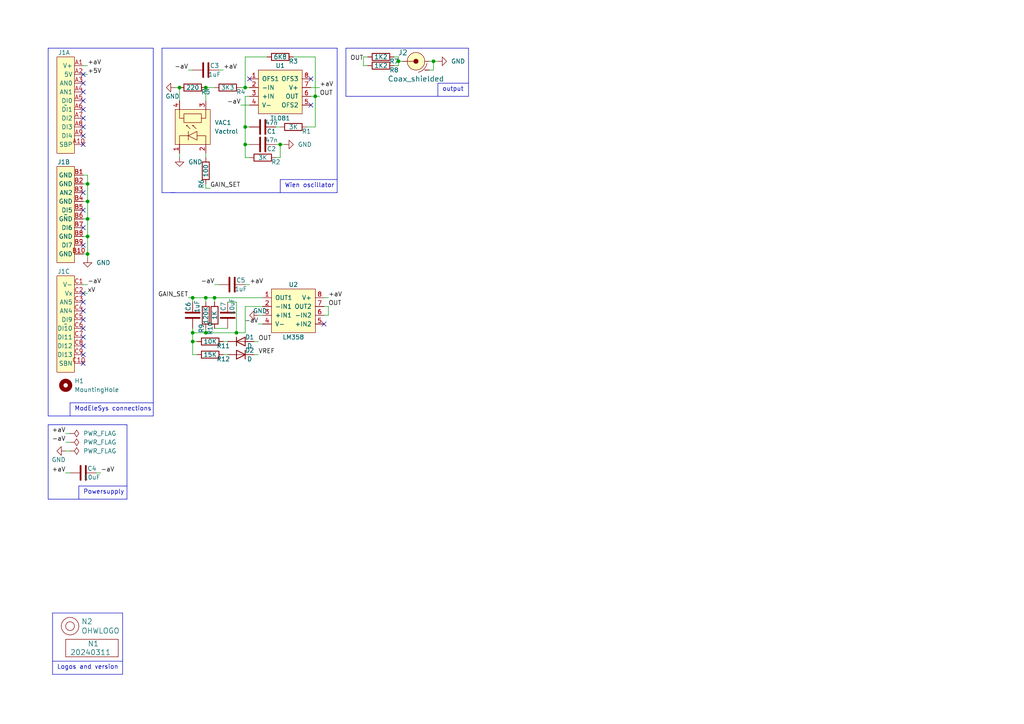
<source format=kicad_sch>
(kicad_sch (version 20230121) (generator eeschema)
  (paper "A4")
  (lib_symbols
    (symbol "Device:C" (pin_numbers hide) (pin_names (offset 0.254))
      (property "Reference" "C" (at 0.635 2.54 0))
      (property "Value" "C" (at 0.635 -2.54 0))
      (symbol "C_0_1"
        (polyline (pts (xy -2.032 -0.762) (xy 2.032 -0.762)) (stroke (width 0.508)))
        (polyline (pts (xy -2.032 0.762) (xy 2.032 0.762)) (stroke (width 0.508)))
      )
      (symbol "C_1_1"
        (pin passive line (at 0 3.81 270) (length 2.794) (name "~") (number "1"))
        (pin passive line (at 0 -3.81 90) (length 2.794) (name "~") (number "2"))
      )
    )
    (symbol "Device:D" (pin_numbers hide) (pin_names (offset 1.016) hide)
      (property "Reference" "D" (at 0 2.54 0))
      (property "Value" "D" (at 0 -2.54 0))
      (symbol "D_0_1"
        (polyline (pts (xy -1.27 1.27) (xy -1.27 -1.27)) (stroke (width 0.254)))
        (polyline (pts (xy 1.27 0) (xy -1.27 0)))
        (polyline (pts (xy 1.27 1.27) (xy 1.27 -1.27) (xy -1.27 0) (xy 1.27 1.27)) (stroke (width 0.254)))
      )
      (symbol "D_1_1"
        (pin passive line (at -3.81 0 0) (length 2.54) (name "K") (number "1"))
        (pin passive line (at 3.81 0 180) (length 2.54) (name "A") (number "2"))
      )
    )
    (symbol "Device:R" (pin_numbers hide) (pin_names (offset 0))
      (property "Reference" "R" (at 2.032 0 90))
      (property "Value" "R" (at 0 0 90))
      (symbol "R_0_1"
        (rectangle (start -1.016 -2.54) (end 1.016 2.54) (stroke (width 0.254)))
      )
      (symbol "R_1_1"
        (pin passive line (at 0 3.81 270) (length 1.27) (name "~") (number "1"))
        (pin passive line (at 0 -3.81 90) (length 1.27) (name "~") (number "2"))
      )
    )
    (symbol "Mechanical:MountingHole" (pin_names (offset 1.016))
      (property "Reference" "H" (at 0 5.08 0))
      (property "Value" "MountingHole" (at 0 3.175 0))
      (symbol "MountingHole_0_1"
        (circle (center 0 0) (radius 1.27) (stroke (width 1.27)))
      )
    )
    (symbol "SquantorConnectors:Coax_shielded" (pin_numbers hide) (pin_names (offset 1.016) hide)
      (property "Reference" "J" (at 0 3.81 0))
      (property "Value" "Coax_shielded" (at 0 -5.715 0))
      (symbol "Coax_shielded_0_1"
        (polyline (pts (xy -2.54 0) (xy 0 0)))
        (circle (center 0 0) (radius 0.635) (fill (type outline)))
        (circle (center 0 0) (radius 2.54) (fill (type background)))
        (arc (start 0.635 -3.175) (mid 2.2915 -2.2915) (end 3.175 -0.635))
      )
      (symbol "Coax_shielded_1_1"
        (pin passive line (at -3.81 0 0) (length 1.27) (name "~") (number "1"))
        (pin passive line (at 3.81 0 180) (length 1.27) (name "~") (number "2"))
        (pin passive line (at 3.81 -2.54 180) (length 1.27) (name "~") (number "S"))
      )
    )
    (symbol "SquantorConnectorsNamed:SquMes_30pin"
      (property "Reference" "J" (at 0 15.24 0))
      (symbol "SquMes_30pin_1_1"
        (rectangle (start -2.54 13.97) (end 2.54 -13.97) (fill (type background)))
        (pin passive line (at -5.08 11.43 0) (length 2.54) (name "V+") (number "A1"))
        (pin passive line (at -5.08 -11.43 0) (length 2.54) (name "SBP") (number "A10"))
        (pin passive line (at -5.08 8.89 0) (length 2.54) (name "5V") (number "A2"))
        (pin passive line (at -5.08 6.35 0) (length 2.54) (name "AN0") (number "A3"))
        (pin passive line (at -5.08 3.81 0) (length 2.54) (name "AN1") (number "A4"))
        (pin passive line (at -5.08 1.27 0) (length 2.54) (name "DI0") (number "A5"))
        (pin passive line (at -5.08 -1.27 0) (length 2.54) (name "DI1") (number "A6"))
        (pin passive line (at -5.08 -3.81 0) (length 2.54) (name "DI2") (number "A7"))
        (pin passive line (at -5.08 -6.35 0) (length 2.54) (name "DI3") (number "A8"))
        (pin passive line (at -5.08 -8.89 0) (length 2.54) (name "DI4") (number "A9"))
      )
      (symbol "SquMes_30pin_2_1"
        (rectangle (start -2.54 13.97) (end 2.54 -13.97) (fill (type background)))
        (pin passive line (at -5.08 11.43 0) (length 2.54) (name "GND") (number "B1"))
        (pin passive line (at -5.08 -11.43 0) (length 2.54) (name "GND") (number "B10"))
        (pin passive line (at -5.08 8.89 0) (length 2.54) (name "GND") (number "B2"))
        (pin passive line (at -5.08 6.35 0) (length 2.54) (name "AN2") (number "B3"))
        (pin passive line (at -5.08 3.81 0) (length 2.54) (name "GND") (number "B4"))
        (pin passive line (at -5.08 1.27 0) (length 2.54) (name "DI5") (number "B5"))
        (pin passive line (at -5.08 -1.27 0) (length 2.54) (name "GND") (number "B6"))
        (pin passive line (at -5.08 -3.81 0) (length 2.54) (name "DI6") (number "B7"))
        (pin passive line (at -5.08 -6.35 0) (length 2.54) (name "GND") (number "B8"))
        (pin passive line (at -5.08 -8.89 0) (length 2.54) (name "DI7") (number "B9"))
      )
      (symbol "SquMes_30pin_3_1"
        (rectangle (start -2.54 13.97) (end 2.54 -13.97) (fill (type background)))
        (pin passive line (at -5.08 11.43 0) (length 2.54) (name "V-") (number "C1"))
        (pin passive line (at -5.08 -11.43 0) (length 2.54) (name "SBN") (number "C10"))
        (pin passive line (at -5.08 8.89 0) (length 2.54) (name "Vx") (number "C2"))
        (pin passive line (at -5.08 6.35 0) (length 2.54) (name "AN5") (number "C3"))
        (pin passive line (at -5.08 3.81 0) (length 2.54) (name "AN4") (number "C4"))
        (pin passive line (at -5.08 1.27 0) (length 2.54) (name "DI9") (number "C5"))
        (pin passive line (at -5.08 -1.27 0) (length 2.54) (name "DI10") (number "C6"))
        (pin passive line (at -5.08 -3.81 0) (length 2.54) (name "DI11") (number "C7"))
        (pin passive line (at -5.08 -6.35 0) (length 2.54) (name "DI12") (number "C8"))
        (pin passive line (at -5.08 -8.89 0) (length 2.54) (name "DI13") (number "C9"))
      )
    )
    (symbol "SquantorDevice:Vactrol" (pin_names hide)
      (property "Reference" "VAC" (at 0 8.89 0))
      (property "Value" "Vactrol" (at 0 -8.89 0))
      (symbol "Vactrol_0_1"
        (rectangle (start -5.08 5.08) (end 5.08 -5.08) (fill (type background)))
        (polyline (pts (xy -3.81 1.27) (xy -1.27 1.27)))
        (polyline (pts (xy -5.08 -3.81) (xy -2.54 -3.81) (xy -2.54 -1.27)))
        (polyline (pts (xy -5.08 3.81) (xy -2.54 3.81) (xy -2.54 1.27)))
        (polyline (pts (xy 5.08 -3.81) (xy 2.54 -3.81) (xy 2.54 -2.54)))
        (polyline (pts (xy 5.08 3.81) (xy 2.54 3.81) (xy 2.54 2.54)))
        (polyline (pts (xy -2.54 1.27) (xy -3.81 -1.27) (xy -1.27 -1.27) (xy -2.54 1.27)))
        (polyline (pts (xy -0.508 -1.016) (xy 0.508 0) (xy 0.508 -0.254) (xy 0.254 0) (xy 0.508 0)))
        (polyline (pts (xy -0.508 0.762) (xy 0.508 1.778) (xy 0.508 1.524) (xy 0.254 1.778) (xy 0.508 1.778)))
        (polyline (pts (xy 1.27 2.54) (xy 3.81 2.54) (xy 3.81 -2.54) (xy 1.27 -2.54) (xy 1.27 2.54)))
      )
      (symbol "Vactrol_1_1"
        (pin passive line (at -7.62 3.81 0) (length 2.54) (name "C") (number "1"))
        (pin passive line (at -7.62 -3.81 0) (length 2.54) (name "A") (number "2"))
        (pin passive line (at 7.62 -3.81 180) (length 2.54) (name "R") (number "3"))
        (pin passive line (at 7.62 3.81 180) (length 2.54) (name "R") (number "4"))
      )
    )
    (symbol "SquantorGenericAnalog:opamp_dual_8pin" (pin_names (offset 1.016))
      (property "Reference" "U" (at 0 7.62 0))
      (property "Value" "opamp_dual_8pin" (at 0 -7.62 0))
      (symbol "opamp_dual_8pin_0_1"
        (rectangle (start -6.35 6.35) (end 6.35 -6.35) (fill (type background)))
      )
      (symbol "opamp_dual_8pin_1_1"
        (pin output line (at -8.89 3.81 0) (length 2.54) (name "OUT1") (number "1"))
        (pin input line (at -8.89 1.27 0) (length 2.54) (name "-IN1") (number "2"))
        (pin input line (at -8.89 -1.27 0) (length 2.54) (name "+IN1") (number "3"))
        (pin power_in line (at -8.89 -3.81 0) (length 2.54) (name "V-") (number "4"))
        (pin input line (at 8.89 -3.81 180) (length 2.54) (name "+IN2") (number "5"))
        (pin input line (at 8.89 -1.27 180) (length 2.54) (name "-IN2") (number "6"))
        (pin output line (at 8.89 1.27 180) (length 2.54) (name "OUT2") (number "7"))
        (pin power_in line (at 8.89 3.81 180) (length 2.54) (name "V+") (number "8"))
      )
    )
    (symbol "SquantorGenericAnalog:opamp_single_8pin" (pin_names (offset 1.016))
      (property "Reference" "U" (at 0 7.62 0))
      (property "Value" "opamp_single_8pin" (at 0 -7.62 0))
      (symbol "opamp_single_8pin_0_1"
        (rectangle (start -6.35 6.35) (end 6.35 -6.35) (fill (type background)))
      )
      (symbol "opamp_single_8pin_1_1"
        (pin input line (at -8.89 3.81 0) (length 2.54) (name "OFS1") (number "1"))
        (pin input line (at -8.89 1.27 0) (length 2.54) (name "-IN") (number "2"))
        (pin input line (at -8.89 -1.27 0) (length 2.54) (name "+IN") (number "3"))
        (pin power_in line (at -8.89 -3.81 0) (length 2.54) (name "V-") (number "4"))
        (pin input line (at 8.89 -3.81 180) (length 2.54) (name "OFS2") (number "5"))
        (pin output line (at 8.89 -1.27 180) (length 2.54) (name "OUT") (number "6"))
        (pin power_in line (at 8.89 1.27 180) (length 2.54) (name "V+") (number "7"))
        (pin input line (at 8.89 3.81 180) (length 2.54) (name "OFS3") (number "8"))
      )
    )
    (symbol "SquantorLabels:OHWLOGO" (pin_names (offset 1.016))
      (property "Reference" "N" (at 0 3.81 0))
      (property "Value" "OHWLOGO" (at 0 -3.81 0))
      (symbol "OHWLOGO_0_1"
        (circle (center 0 0) (radius 1.27))
        (circle (center 0 0) (radius 2.54))
      )
    )
    (symbol "SquantorLabels:VYYYYMMDD" (pin_names (offset 1.016))
      (property "Reference" "N" (at 0 2.54 0))
      (property "Value" "VYYYYMMDD" (at 0 0 0))
      (symbol "VYYYYMMDD_0_1"
        (rectangle (start 7.62 -1.27) (end -7.62 3.81))
      )
    )
    (symbol "power:GND" (power) (pin_names (offset 0))
      (property "Value" "GND" (at 0 -3.81 0))
      (symbol "GND_0_1"
        (polyline (pts (xy 0 0) (xy 0 -1.27) (xy 1.27 -1.27) (xy 0 -2.54) (xy -1.27 -1.27) (xy 0 -1.27)))
      )
      (symbol "GND_1_1"
        (pin power_in line (at 0 0 270) (length 0) hide (name "GND") (number "1"))
      )
    )
    (symbol "power:PWR_FLAG" (power) (pin_numbers hide) (pin_names (offset 0) hide)
      (property "Value" "PWR_FLAG" (at 0 3.81 0))
      (symbol "PWR_FLAG_0_0"
        (pin power_out line (at 0 0 90) (length 0) (name "pwr") (number "1"))
      )
      (symbol "PWR_FLAG_0_1"
        (polyline (pts (xy 0 0) (xy 0 1.27) (xy -1.016 1.905) (xy 0 2.54) (xy 1.016 1.905) (xy 0 1.27)))
      )
    )
  )
  (junction (at 81.28 41.91))
  (junction (at 25.4 53.34))
  (junction (at 55.88 86.36))
  (junction (at 59.69 86.36))
  (junction (at 91.44 27.94))
  (junction (at 62.23 86.36))
  (junction (at 25.4 58.42))
  (junction (at 115.57 17.78))
  (junction (at 52.07 25.4))
  (junction (at 125.73 17.78))
  (junction (at 71.12 36.83))
  (junction (at 71.12 25.4))
  (junction (at 25.4 68.58))
  (junction (at 55.88 96.52))
  (junction (at 68.58 96.52))
  (junction (at 59.69 25.4))
  (junction (at 71.12 41.91))
  (junction (at 25.4 73.66))
  (junction (at 59.69 96.52))
  (junction (at 55.88 99.06))
  (junction (at 25.4 63.5))
  (no_connect (at 24.13 60.96))
  (no_connect (at 24.13 85.09))
  (no_connect (at 24.13 34.29))
  (no_connect (at 24.13 36.83))
  (no_connect (at 24.13 29.21))
  (no_connect (at 24.13 41.91))
  (no_connect (at 24.13 31.75))
  (no_connect (at 24.13 24.13))
  (no_connect (at 24.13 55.88))
  (no_connect (at 24.13 66.04))
  (no_connect (at 24.13 100.33))
  (no_connect (at 24.13 97.79))
  (no_connect (at 72.39 22.86))
  (no_connect (at 24.13 95.25))
  (no_connect (at 24.13 21.59))
  (no_connect (at 24.13 26.67))
  (no_connect (at 24.13 90.17))
  (no_connect (at 24.13 71.12))
  (no_connect (at 24.13 105.41))
  (no_connect (at 24.13 39.37))
  (no_connect (at 93.98 93.98))
  (no_connect (at 24.13 92.71))
  (no_connect (at 90.17 30.48))
  (no_connect (at 90.17 22.86))
  (no_connect (at 24.13 87.63))
  (no_connect (at 24.13 102.87))
  (polyline (pts (xy 20.32 116.84) (xy 20.32 120.65)))
  (wire (pts (xy 55.88 99.06) (xy 55.88 102.87)))
  (wire (pts (xy 71.12 16.51) (xy 71.12 25.4)))
  (wire (pts (xy 106.68 16.51) (xy 105.41 16.51)))
  (wire (pts (xy 115.57 16.51) (xy 115.57 17.78)))
  (wire (pts (xy 19.05 125.73) (xy 20.32 125.73)))
  (wire (pts (xy 71.12 82.55) (xy 72.39 82.55)))
  (wire (pts (xy 71.12 36.83) (xy 71.12 41.91)))
  (polyline (pts (xy 13.97 123.19) (xy 13.97 144.78)))
  (wire (pts (xy 73.66 102.87) (xy 74.93 102.87)))
  (wire (pts (xy 59.69 86.36) (xy 62.23 86.36)))
  (polyline (pts (xy 97.79 13.97) (xy 46.99 13.97)))
  (wire (pts (xy 24.13 21.59) (xy 25.4 21.59)))
  (wire (pts (xy 105.41 19.05) (xy 106.68 19.05)))
  (wire (pts (xy 64.77 102.87) (xy 66.04 102.87)))
  (wire (pts (xy 59.69 44.45) (xy 59.69 45.72)))
  (wire (pts (xy 95.25 91.44) (xy 93.98 91.44)))
  (wire (pts (xy 66.04 87.63) (xy 68.58 87.63)))
  (polyline (pts (xy 15.24 177.8) (xy 15.24 195.58)))
  (wire (pts (xy 81.28 41.91) (xy 81.28 45.72)))
  (wire (pts (xy 25.4 73.66) (xy 25.4 74.93)))
  (polyline (pts (xy 35.56 177.8) (xy 15.24 177.8)))
  (wire (pts (xy 55.88 96.52) (xy 55.88 99.06)))
  (wire (pts (xy 125.73 17.78) (xy 127 17.78)))
  (wire (pts (xy 52.07 25.4) (xy 52.07 29.21)))
  (wire (pts (xy 88.9 36.83) (xy 91.44 36.83)))
  (wire (pts (xy 62.23 95.25) (xy 66.04 95.25)))
  (wire (pts (xy 24.13 73.66) (xy 25.4 73.66)))
  (wire (pts (xy 71.12 27.94) (xy 71.12 36.83)))
  (wire (pts (xy 25.4 68.58) (xy 25.4 73.66)))
  (polyline (pts (xy 46.99 55.88) (xy 50.8 55.88)))
  (wire (pts (xy 91.44 27.94) (xy 91.44 36.83)))
  (wire (pts (xy 62.23 82.55) (xy 63.5 82.55)))
  (wire (pts (xy 59.69 25.4) (xy 59.69 29.21)))
  (polyline (pts (xy 44.45 120.65) (xy 44.45 13.97)))
  (polyline (pts (xy 135.89 24.13) (xy 127 24.13)))
  (wire (pts (xy 91.44 27.94) (xy 92.71 27.94)))
  (wire (pts (xy 54.61 86.36) (xy 55.88 86.36)))
  (wire (pts (xy 91.44 27.94) (xy 91.44 16.51)))
  (wire (pts (xy 59.69 96.52) (xy 55.88 96.52)))
  (wire (pts (xy 105.41 16.51) (xy 105.41 19.05)))
  (wire (pts (xy 59.69 86.36) (xy 59.69 87.63)))
  (polyline (pts (xy 135.89 27.94) (xy 135.89 13.97)))
  (wire (pts (xy 74.93 93.98) (xy 76.2 93.98)))
  (wire (pts (xy 93.98 88.9) (xy 95.25 88.9)))
  (wire (pts (xy 69.85 30.48) (xy 72.39 30.48)))
  (wire (pts (xy 24.13 19.05) (xy 25.4 19.05)))
  (wire (pts (xy 25.4 53.34) (xy 25.4 58.42)))
  (wire (pts (xy 91.44 16.51) (xy 85.09 16.51)))
  (wire (pts (xy 25.4 63.5) (xy 25.4 68.58)))
  (polyline (pts (xy 13.97 120.65) (xy 44.45 120.65)))
  (wire (pts (xy 69.85 25.4) (xy 71.12 25.4)))
  (wire (pts (xy 55.88 99.06) (xy 57.15 99.06)))
  (wire (pts (xy 80.01 41.91) (xy 81.28 41.91)))
  (wire (pts (xy 90.17 27.94) (xy 91.44 27.94)))
  (wire (pts (xy 24.13 85.09) (xy 25.4 85.09)))
  (polyline (pts (xy 97.79 55.88) (xy 97.79 13.97)))
  (wire (pts (xy 64.77 99.06) (xy 66.04 99.06)))
  (polyline (pts (xy 36.83 140.97) (xy 22.86 140.97)))
  (polyline (pts (xy 22.86 140.97) (xy 22.86 144.78)))
  (wire (pts (xy 59.69 95.25) (xy 59.69 96.52)))
  (wire (pts (xy 62.23 86.36) (xy 76.2 86.36)))
  (polyline (pts (xy 36.83 123.19) (xy 13.97 123.19)))
  (wire (pts (xy 24.13 58.42) (xy 25.4 58.42)))
  (wire (pts (xy 125.73 20.32) (xy 124.46 20.32)))
  (wire (pts (xy 55.88 86.36) (xy 59.69 86.36)))
  (wire (pts (xy 63.5 20.32) (xy 64.77 20.32)))
  (wire (pts (xy 54.61 20.32) (xy 55.88 20.32)))
  (wire (pts (xy 81.28 41.91) (xy 82.55 41.91)))
  (polyline (pts (xy 46.99 13.97) (xy 46.99 55.88)))
  (wire (pts (xy 76.2 88.9) (xy 71.12 88.9)))
  (wire (pts (xy 24.13 50.8) (xy 25.4 50.8)))
  (wire (pts (xy 74.93 91.44) (xy 76.2 91.44)))
  (wire (pts (xy 59.69 54.61) (xy 59.69 53.34)))
  (wire (pts (xy 25.4 58.42) (xy 25.4 63.5)))
  (wire (pts (xy 72.39 45.72) (xy 71.12 45.72)))
  (polyline (pts (xy 100.33 27.94) (xy 135.89 27.94)))
  (wire (pts (xy 55.88 102.87) (xy 57.15 102.87)))
  (polyline (pts (xy 13.97 144.78) (xy 36.83 144.78)))
  (wire (pts (xy 115.57 17.78) (xy 115.57 19.05)))
  (wire (pts (xy 80.01 45.72) (xy 81.28 45.72)))
  (wire (pts (xy 114.3 19.05) (xy 115.57 19.05)))
  (polyline (pts (xy 127 24.13) (xy 127 27.94)))
  (polyline (pts (xy 44.45 116.84) (xy 20.32 116.84)))
  (wire (pts (xy 62.23 86.36) (xy 62.23 87.63)))
  (wire (pts (xy 24.13 68.58) (xy 25.4 68.58)))
  (wire (pts (xy 55.88 96.52) (xy 55.88 95.25)))
  (wire (pts (xy 25.4 50.8) (xy 25.4 53.34)))
  (wire (pts (xy 124.46 17.78) (xy 125.73 17.78)))
  (wire (pts (xy 60.96 54.61) (xy 59.69 54.61)))
  (wire (pts (xy 115.57 17.78) (xy 116.84 17.78)))
  (wire (pts (xy 52.07 44.45) (xy 52.07 45.72)))
  (wire (pts (xy 19.05 128.27) (xy 20.32 128.27)))
  (polyline (pts (xy 35.56 195.58) (xy 35.56 177.8)))
  (wire (pts (xy 114.3 16.51) (xy 115.57 16.51)))
  (wire (pts (xy 71.12 41.91) (xy 72.39 41.91)))
  (polyline (pts (xy 15.24 195.58) (xy 35.56 195.58)))
  (polyline (pts (xy 13.97 13.97) (xy 13.97 120.65)))
  (polyline (pts (xy 100.33 13.97) (xy 100.33 27.94)))
  (wire (pts (xy 71.12 96.52) (xy 68.58 96.52)))
  (wire (pts (xy 80.01 36.83) (xy 81.28 36.83)))
  (wire (pts (xy 90.17 25.4) (xy 92.71 25.4)))
  (wire (pts (xy 68.58 87.63) (xy 68.58 96.52)))
  (wire (pts (xy 24.13 63.5) (xy 25.4 63.5)))
  (wire (pts (xy 24.13 53.34) (xy 25.4 53.34)))
  (wire (pts (xy 19.05 137.16) (xy 20.32 137.16)))
  (wire (pts (xy 71.12 88.9) (xy 71.12 96.52)))
  (wire (pts (xy 125.73 17.78) (xy 125.73 20.32)))
  (wire (pts (xy 71.12 36.83) (xy 72.39 36.83)))
  (polyline (pts (xy 97.79 52.07) (xy 81.28 52.07)))
  (polyline (pts (xy 81.28 52.07) (xy 81.28 55.88)))
  (wire (pts (xy 72.39 27.94) (xy 71.12 27.94)))
  (wire (pts (xy 59.69 25.4) (xy 62.23 25.4)))
  (wire (pts (xy 24.13 82.55) (xy 25.4 82.55)))
  (wire (pts (xy 73.66 99.06) (xy 74.93 99.06)))
  (wire (pts (xy 50.8 25.4) (xy 52.07 25.4)))
  (wire (pts (xy 93.98 86.36) (xy 95.25 86.36)))
  (wire (pts (xy 95.25 88.9) (xy 95.25 91.44)))
  (wire (pts (xy 68.58 96.52) (xy 59.69 96.52)))
  (polyline (pts (xy 15.24 191.77) (xy 35.56 191.77)))
  (wire (pts (xy 19.05 130.81) (xy 20.32 130.81)))
  (polyline (pts (xy 44.45 13.97) (xy 13.97 13.97)))
  (polyline (pts (xy 36.83 144.78) (xy 36.83 123.19)))
  (wire (pts (xy 55.88 86.36) (xy 55.88 87.63)))
  (wire (pts (xy 71.12 25.4) (xy 72.39 25.4)))
  (polyline (pts (xy 49.53 55.88) (xy 97.79 55.88)))
  (polyline (pts (xy 135.89 13.97) (xy 100.33 13.97)))
  (wire (pts (xy 27.94 137.16) (xy 29.21 137.16)))
  (wire (pts (xy 71.12 41.91) (xy 71.12 45.72)))
  (wire (pts (xy 77.47 16.51) (xy 71.12 16.51)))
  (text "ModEleSys connections" (at 21.59 119.38 0) (effects (font (size 1.27 1.27)) (justify left bottom)))
  (text "Wien oscillator" (at 82.55 54.61 0) (effects (font (size 1.27 1.27)) (justify left bottom)))
  (text "Logos and version" (at 16.51 194.31 0) (effects (font (size 1.27 1.27)) (justify left bottom)))
  (text "Powersupply" (at 24.13 143.51 0) (effects (font (size 1.27 1.27)) (justify left bottom)))
  (text "output" (at 128.27 26.67 0) (effects (font (size 1.27 1.27)) (justify left bottom)))
  (label "+aV" (at 25.4 19.05 0))
  (label "+aV" (at 19.05 137.16 180))
  (label "OUT" (at 95.25 88.9 0))
  (label "OUT" (at 105.41 17.78 180))
  (label "-aV" (at 29.21 137.16 0))
  (label "+5V" (at 25.4 21.59 0))
  (label "-aV" (at 74.93 93.98 180))
  (label "OUT" (at 74.93 99.06 0))
  (label "-aV" (at 54.61 20.32 180))
  (label "+aV" (at 92.71 25.4 0))
  (label "+aV" (at 19.05 125.73 180))
  (label "OUT" (at 92.71 27.94 0))
  (label "-aV" (at 19.05 128.27 180))
  (label "xV" (at 25.4 85.09 0))
  (label "+aV" (at 72.39 82.55 0))
  (label "GAIN_SET" (at 60.96 54.61 0))
  (label "+aV" (at 95.25 86.36 0))
  (label "+aV" (at 64.77 20.32 0))
  (label "-aV" (at 62.23 82.55 180))
  (label "-aV" (at 69.85 30.48 180))
  (label "-aV" (at 25.4 82.55 0))
  (label "VREF" (at 74.93 102.87 0))
  (label "GAIN_SET" (at 54.61 86.36 180))
  (symbol (lib_id "SquantorLabels:VYYYYMMDD") (at 26.67 189.23 0) (unit 1)
    (property "Reference" "N1" (at 25.4 186.69 0) (effects (font (size 1.524 1.524)) (justify left)))
    (property "Value" "20240311" (at 20.32 189.23 0) (effects (font (size 1.524 1.524)) (justify left)))
    (property "Footprint" "SquantorLabels:Label_Generic" (effects hide))
  )
  (symbol (lib_id "SquantorLabels:OHWLOGO") (at 20.32 181.61 0) (unit 1)
    (property "Reference" "N2" (at 23.5712 180.2638 0) (effects (font (size 1.524 1.524)) (justify left)))
    (property "Value" "OHWLOGO" (at 23.5712 182.9562 0) (effects (font (size 1.524 1.524)) (justify left)))
    (property "Footprint" "Symbol:OSHW-Symbol_6.7x6mm_SilkScreen" (effects hide))
  )
  (symbol (lib_id "Device:R") (at 81.28 16.51 90) (unit 1)
    (property "Reference" "R3" (at 85.09 17.78 90))
    (property "Value" "6K8" (at 81.28 16.51 90))
    (property "Footprint" "SquantorResistor:R_0603_hand" (effects hide))
  )
  (symbol (lib_id "Device:C") (at 59.69 20.32 90) (unit 1)
    (property "Reference" "C3" (at 62.23 19.05 90))
    (property "Value" "1uF" (at 62.23 21.59 90))
    (property "Footprint" "SquantorCapacitor:C_0805+0603" (effects hide))
  )
  (symbol (lib_id "SquantorGenericAnalog:opamp_dual_8pin") (at 85.09 90.17 0) (unit 1)
    (property "Reference" "U2" (at 85.09 82.55 0))
    (property "Value" "LM358" (at 85.09 97.79 0))
    (property "Footprint" "Package_DIP:DIP-8_W7.62mm" (effects hide))
  )
  (symbol (lib_id "Device:R") (at 60.96 102.87 90) (unit 1)
    (property "Reference" "R12" (at 64.77 104.14 90))
    (property "Value" "15K" (at 60.96 102.87 90))
    (property "Footprint" "SquantorResistor:R_0603_hand" (effects hide))
  )
  (symbol (lib_id "SquantorConnectorsNamed:SquMes_30pin") (at 19.05 93.98 0) (mirror y) (unit 3)
    (property "Reference" "J1" (at 20.32 78.74 0) (effects (justify left)))
    (property "Value" "~" (at 19.05 93.98 0))
    (property "Footprint" "SquantorConnectors:DIN41612_R3_3x10_Male_Vertical_THT" (effects hide))
  )
  (symbol (lib_id "Device:C") (at 76.2 41.91 90) (unit 1)
    (property "Reference" "C2" (at 78.74 43.18 90))
    (property "Value" "47n" (at 78.74 40.64 90))
    (property "Footprint" "SquantorCapacitor:C-050-030X100-film" (effects hide))
  )
  (symbol (lib_id "Device:C") (at 76.2 36.83 90) (unit 1)
    (property "Reference" "C1" (at 78.74 38.1 90))
    (property "Value" "47n" (at 78.74 35.56 90))
    (property "Footprint" "SquantorCapacitor:C-050-030X100-film" (effects hide))
  )
  (symbol (lib_id "Device:R") (at 76.2 45.72 90) (unit 1)
    (property "Reference" "R2" (at 80.01 46.99 90))
    (property "Value" "3K" (at 76.2 45.72 90))
    (property "Footprint" "SquantorResistor:R_0603_hand" (effects hide))
  )
  (symbol (lib_id "power:PWR_FLAG") (at 20.32 125.73 270) (unit 1)
    (property "Reference" "#FLG01" (effects hide))
    (property "Value" "PWR_FLAG" (at 24.13 125.73 90) (effects (justify left)))
  )
  (symbol (lib_id "power:GND") (at 50.8 25.4 270) (unit 1)
    (property "Reference" "#PWR02" (effects hide))
    (property "Value" "GND" (at 52.07 27.94 90) (effects (justify right)))
  )
  (symbol (lib_id "Device:R") (at 60.96 99.06 90) (unit 1)
    (property "Reference" "R11" (at 64.77 100.33 90))
    (property "Value" "10K" (at 60.96 99.06 90))
    (property "Footprint" "SquantorResistor:R_0603_hand" (effects hide))
  )
  (symbol (lib_id "power:PWR_FLAG") (at 20.32 128.27 270) (unit 1)
    (property "Reference" "#FLG02" (effects hide))
    (property "Value" "PWR_FLAG" (at 24.13 128.27 90) (effects (justify left)))
  )
  (symbol (lib_id "SquantorConnectors:Coax_shielded") (at 120.65 17.78 0) (unit 1)
    (property "Reference" "J2" (at 116.84 15.24 0) (effects (font (size 1.524 1.524))))
    (property "Value" "Coax_shielded" (at 120.65 22.86 0) (effects (font (size 1.524 1.524))))
    (property "Footprint" "SquantorConnectors:Conn_BNC_RightAngle_TH" (effects hide))
  )
  (symbol (lib_id "power:GND") (at 19.05 130.81 270) (unit 1)
    (property "Reference" "#PWR03" (effects hide))
    (property "Value" "GND" (at 19.05 133.35 90) (effects (justify right)))
  )
  (symbol (lib_id "Device:R") (at 110.49 16.51 90) (unit 1)
    (property "Reference" "R7" (at 114.3 17.78 90))
    (property "Value" "1K2" (at 110.49 16.51 90))
    (property "Footprint" "SquantorResistor:R_0603_hand" (effects hide))
  )
  (symbol (lib_id "Device:D") (at 69.85 99.06 0) (unit 1)
    (property "Reference" "D1" (at 72.39 97.79 0))
    (property "Value" "D" (at 72.39 100.33 0))
    (property "Footprint" "SquantorDiodes:SOD-123-hand" (effects hide))
    (property "Sim.Device" "D" (effects hide))
    (property "Sim.Pins" "1=K 2=A" (effects hide))
  )
  (symbol (lib_id "SquantorConnectorsNamed:SquMes_30pin") (at 19.05 62.23 0) (mirror y) (unit 2)
    (property "Reference" "J1" (at 20.32 46.99 0) (effects (justify left)))
    (property "Value" "~" (at 19.05 62.23 0))
    (property "Footprint" "SquantorConnectors:DIN41612_R3_3x10_Male_Vertical_THT" (effects hide))
  )
  (symbol (lib_id "power:PWR_FLAG") (at 20.32 130.81 270) (unit 1)
    (property "Reference" "#FLG03" (effects hide))
    (property "Value" "PWR_FLAG" (at 24.13 130.81 90) (effects (justify left)))
  )
  (symbol (lib_id "Device:C") (at 55.88 91.44 180) (unit 1)
    (property "Reference" "C6" (at 54.61 88.9 90))
    (property "Value" "1uF" (at 57.15 88.9 90))
    (property "Footprint" "SquantorCapacitor:C_0805+0603" (effects hide))
  )
  (symbol (lib_id "power:GND") (at 52.07 45.72 0) (unit 1)
    (property "Reference" "#PWR04" (effects hide))
    (property "Value" "GND" (at 54.61 46.99 0) (effects (justify left)))
  )
  (symbol (lib_id "Device:R") (at 66.04 25.4 90) (unit 1)
    (property "Reference" "R4" (at 69.85 26.67 90))
    (property "Value" "3K3" (at 66.04 25.4 90))
    (property "Footprint" "SquantorResistor:R_0603_hand" (effects hide))
  )
  (symbol (lib_id "Device:R") (at 62.23 91.44 0) (unit 1)
    (property "Reference" "R10" (at 60.96 95.25 90))
    (property "Value" "1K" (at 62.23 91.44 90))
    (property "Footprint" "SquantorResistor:R_0603_hand" (effects hide))
  )
  (symbol (lib_id "power:GND") (at 74.93 91.44 270) (unit 1)
    (property "Reference" "#PWR06" (effects hide))
    (property "Value" "GND" (at 77.47 90.17 90) (effects (justify right)))
  )
  (symbol (lib_id "Device:C") (at 66.04 91.44 180) (unit 1)
    (property "Reference" "C7" (at 64.77 88.9 90))
    (property "Value" "10uF" (at 67.31 88.9 90))
    (property "Footprint" "SquantorCapacitor:C_0805+0603" (effects hide))
  )
  (symbol (lib_id "Device:C") (at 24.13 137.16 90) (unit 1)
    (property "Reference" "C4" (at 26.67 135.89 90))
    (property "Value" "10uF" (at 26.67 138.43 90))
    (property "Footprint" "SquantorCapacitor:C_1206" (effects hide))
  )
  (symbol (lib_id "power:GND") (at 127 17.78 90) (unit 1)
    (property "Reference" "#PWR05" (effects hide))
    (property "Value" "GND" (at 130.81 17.78 90) (effects (justify right)))
  )
  (symbol (lib_id "SquantorGenericAnalog:opamp_single_8pin") (at 81.28 26.67 0) (unit 1)
    (property "Reference" "U1" (at 81.28 19.05 0))
    (property "Value" "TL081" (at 81.28 34.29 0))
    (property "Footprint" "Package_DIP:DIP-8_W7.62mm" (effects hide))
  )
  (symbol (lib_id "Device:C") (at 67.31 82.55 90) (unit 1)
    (property "Reference" "C5" (at 69.85 81.28 90))
    (property "Value" "1uF" (at 69.85 83.82 90))
    (property "Footprint" "SquantorCapacitor:C_0805+0603" (effects hide))
  )
  (symbol (lib_id "SquantorConnectorsNamed:SquMes_30pin") (at 19.05 30.48 0) (mirror y) (unit 1)
    (property "Reference" "J1" (at 20.32 15.24 0) (effects (justify left)))
    (property "Value" "~" (at 19.05 30.48 0))
    (property "Footprint" "SquantorConnectors:DIN41612_R3_3x10_Male_Vertical_THT" (effects hide))
  )
  (symbol (lib_id "power:GND") (at 25.4 74.93 0) (unit 1)
    (property "Reference" "#PWR0104" (effects hide))
    (property "Value" "GND" (at 27.94 76.2 0) (effects (justify left)))
  )
  (symbol (lib_id "SquantorDevice:Vactrol") (at 55.88 36.83 90) (unit 1)
    (property "Reference" "VAC1" (at 62.23 35.56 90) (effects (justify right)))
    (property "Value" "Vactrol" (at 62.23 38.1 90) (effects (justify right)))
    (property "Footprint" "SquantorOpto:NSL32SR3" (effects hide))
  )
  (symbol (lib_id "Device:R") (at 59.69 49.53 0) (unit 1)
    (property "Reference" "R6" (at 58.42 53.34 90))
    (property "Value" "100" (at 59.69 49.53 90))
    (property "Footprint" "SquantorResistor:R_0603_hand" (effects hide))
  )
  (symbol (lib_id "Device:R") (at 85.09 36.83 90) (unit 1)
    (property "Reference" "R1" (at 88.9 38.1 90))
    (property "Value" "3K" (at 85.09 36.83 90))
    (property "Footprint" "SquantorResistor:R_0603_hand" (effects hide))
  )
  (symbol (lib_id "power:GND") (at 82.55 41.91 90) (unit 1)
    (property "Reference" "#PWR01" (effects hide))
    (property "Value" "GND" (at 86.36 41.91 90) (effects (justify right)))
  )
  (symbol (lib_id "Device:D") (at 69.85 102.87 180) (unit 1)
    (property "Reference" "D2" (at 72.39 101.6 0))
    (property "Value" "D" (at 72.39 104.14 0))
    (property "Footprint" "SquantorDiodes:SOD-123-hand" (effects hide))
    (property "Sim.Device" "D" (effects hide))
    (property "Sim.Pins" "1=K 2=A" (effects hide))
  )
  (symbol (lib_id "Device:R") (at 55.88 25.4 90) (unit 1)
    (property "Reference" "R5" (at 59.69 26.67 90))
    (property "Value" "220" (at 55.88 25.4 90))
    (property "Footprint" "SquantorResistor:R_0603_hand" (effects hide))
  )
  (symbol (lib_id "Device:R") (at 59.69 91.44 0) (unit 1)
    (property "Reference" "R9" (at 58.42 95.25 90))
    (property "Value" "120K" (at 59.69 91.44 90))
    (property "Footprint" "SquantorResistor:R_0603_hand" (effects hide))
  )
  (symbol (lib_id "Device:R") (at 110.49 19.05 90) (unit 1)
    (property "Reference" "R8" (at 114.3 20.32 90))
    (property "Value" "1K2" (at 110.49 19.05 90))
    (property "Footprint" "SquantorResistor:R_0603_hand" (effects hide))
  )
  (symbol (lib_id "Mechanical:MountingHole") (at 19.05 111.76 0) (unit 1)
    (property "Reference" "H1" (at 21.59 110.49 0) (effects (justify left)))
    (property "Value" "MountingHole" (at 21.59 113.03 0) (effects (justify left)))
    (property "Footprint" "SquantorPcbOutline:MountingHole_3.2mm_M3_Pad_Via" (effects hide))
  )
)
</source>
